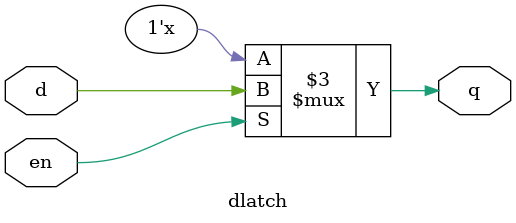
<source format=v>
module dlatch( input d, en, output reg q );
	always @* begin
		if ( en )
			q = d;
	end
endmodule

</source>
